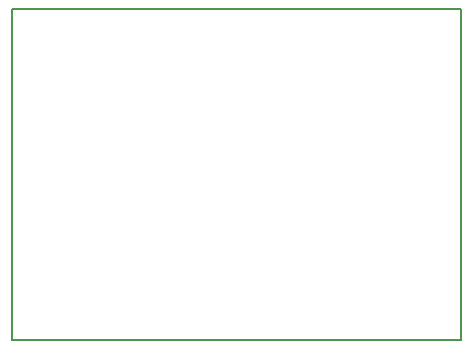
<source format=gbr>
G04 #@! TF.GenerationSoftware,KiCad,Pcbnew,5.0.0-fee4fd1~66~ubuntu16.04.1*
G04 #@! TF.CreationDate,2018-09-09T13:30:21+02:00*
G04 #@! TF.ProjectId,Tactile_Skin_Board,54616374696C655F536B696E5F426F61,rev?*
G04 #@! TF.SameCoordinates,Original*
G04 #@! TF.FileFunction,Profile,NP*
%FSLAX46Y46*%
G04 Gerber Fmt 4.6, Leading zero omitted, Abs format (unit mm)*
G04 Created by KiCad (PCBNEW 5.0.0-fee4fd1~66~ubuntu16.04.1) date Sun Sep  9 13:30:21 2018*
%MOMM*%
%LPD*%
G01*
G04 APERTURE LIST*
%ADD10C,0.150000*%
G04 APERTURE END LIST*
D10*
X103000000Y-120000000D02*
X103000000Y-92000000D01*
X141000000Y-120000000D02*
X103000000Y-120000000D01*
X141000000Y-92000000D02*
X141000000Y-120000000D01*
X103000000Y-92000000D02*
X141000000Y-92000000D01*
M02*

</source>
